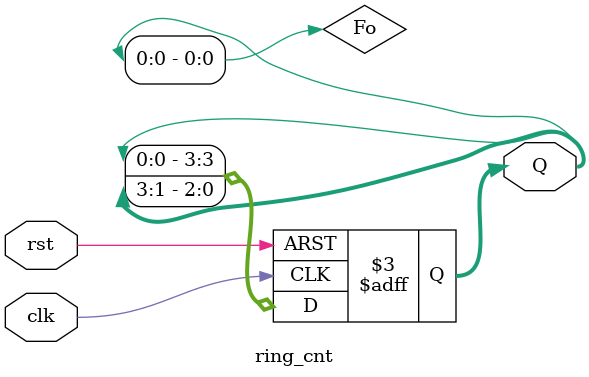
<source format=sv>
module ring_cnt(Q,clk,rst);
  output logic [3:0]Q;
  input logic clk,rst;
   
  logic Fo;
  
  assign Fo = Q[0];
  always @(posedge clk or negedge rst) begin
    if (!rst) Q <= 4'b0100;
    else Q <=  {Fo,Q[3:1]}; 
  end
endmodule 
  

</source>
